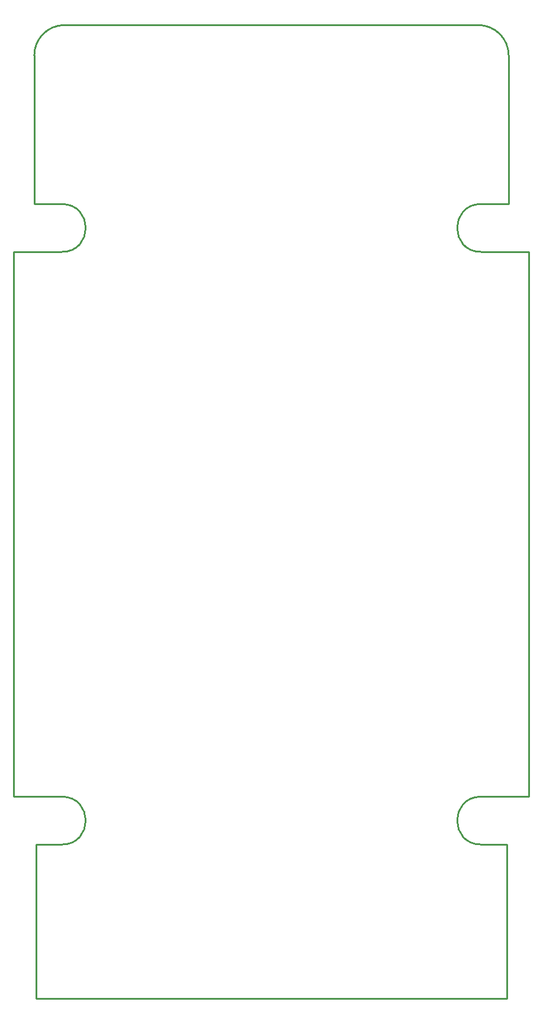
<source format=gko>
%FSAX24Y24*%
%MOIN*%
G70*
G01*
G75*
G04 Layer_Color=16711935*
%ADD10R,0.0236X0.0236*%
%ADD11R,0.0591X0.1614*%
%ADD12R,0.0591X0.1772*%
%ADD13R,0.0413X0.0866*%
%ADD14R,0.0236X0.0236*%
%ADD15R,0.0472X0.0709*%
%ADD16R,0.0984X0.0984*%
%ADD17O,0.0315X0.0098*%
%ADD18O,0.0098X0.0315*%
%ADD19R,0.0413X0.0591*%
%ADD20R,0.1614X0.0591*%
%ADD21R,0.1772X0.0591*%
%ADD22R,0.0866X0.0413*%
%ADD23O,0.0138X0.0315*%
%ADD24O,0.0315X0.0138*%
%ADD25R,0.0295X0.0118*%
%ADD26R,0.0413X0.0709*%
%ADD27R,0.0315X0.0374*%
%ADD28R,0.1319X0.0965*%
%ADD29R,0.0374X0.0315*%
%ADD30R,0.0591X0.0591*%
%ADD31R,0.0591X0.0591*%
%ADD32O,0.0236X0.0886*%
%ADD33R,0.1024X0.0925*%
%ADD34R,0.0965X0.1319*%
%ADD35R,0.0591X0.0413*%
%ADD36R,0.0110X0.0110*%
%ADD37R,0.0140X0.0140*%
%ADD38R,0.0236X0.0413*%
%ADD39R,0.0354X0.0295*%
%ADD40R,0.0709X0.2953*%
%ADD41R,0.0197X0.1220*%
%ADD42R,0.0787X0.0984*%
%ADD43R,0.0787X0.1299*%
%ADD44R,0.0236X0.0551*%
%ADD45R,0.0433X0.0571*%
%ADD46O,0.0689X0.0217*%
%ADD47O,0.0217X0.0689*%
%ADD48R,0.0295X0.0354*%
%ADD49R,0.0433X0.0748*%
%ADD50R,0.0571X0.0433*%
%ADD51R,0.0394X0.0118*%
%ADD52R,0.0276X0.0118*%
%ADD53R,0.0709X0.0472*%
%ADD54R,0.0610X0.0236*%
%ADD55R,0.0591X0.1102*%
%ADD56R,0.0197X0.0315*%
%ADD57O,0.0177X0.0827*%
%ADD58O,0.0236X0.1358*%
%ADD59R,0.2032X0.1890*%
%ADD60R,0.0236X0.0197*%
%ADD61R,0.0846X0.0984*%
%ADD62R,0.0551X0.0236*%
%ADD63R,0.0709X0.0413*%
%ADD64R,0.0394X0.0138*%
%ADD65R,0.1850X0.1713*%
%ADD66R,0.0579X0.0291*%
%ADD67C,0.0120*%
%ADD68C,0.0100*%
%ADD69C,0.0200*%
%ADD70C,0.0500*%
%ADD71C,0.0300*%
%ADD72C,0.0080*%
%ADD73C,0.0150*%
%ADD74C,0.0800*%
%ADD75C,0.0580*%
%ADD76C,0.0400*%
%ADD77R,0.0091X0.0053*%
%ADD78R,0.0087X0.0171*%
%ADD79R,0.0394X0.0472*%
%ADD80R,0.1415X0.4155*%
%ADD81R,0.6957X0.3940*%
%ADD82R,0.0413X0.1161*%
%ADD83R,0.0757X0.0757*%
%ADD84R,0.0778X0.0256*%
%ADD85R,0.0028X0.0019*%
%ADD86R,0.0044X0.0024*%
%ADD87R,0.0025X0.0044*%
%ADD88R,0.0026X0.0039*%
%ADD89R,0.0029X0.0043*%
%ADD90R,0.0214X0.0034*%
%ADD91R,0.0470X0.0034*%
%ADD92R,0.0065X0.0043*%
%ADD93C,0.1575*%
%ADD94C,0.0591*%
%ADD95C,0.2264*%
%ADD96C,0.0787*%
%ADD97C,0.0532*%
%ADD98C,0.0600*%
%ADD99C,0.0906*%
%ADD100R,0.0906X0.0906*%
%ADD101C,0.0472*%
G04:AMPARAMS|DCode=102|XSize=120mil|YSize=60mil|CornerRadius=0mil|HoleSize=0mil|Usage=FLASHONLY|Rotation=90.000|XOffset=0mil|YOffset=0mil|HoleType=Round|Shape=Octagon|*
%AMOCTAGOND102*
4,1,8,0.0150,0.0600,-0.0150,0.0600,-0.0300,0.0450,-0.0300,-0.0450,-0.0150,-0.0600,0.0150,-0.0600,0.0300,-0.0450,0.0300,0.0450,0.0150,0.0600,0.0*
%
%ADD102OCTAGOND102*%

%ADD103C,0.0512*%
%ADD104C,0.0240*%
%ADD105C,0.0480*%
%ADD106C,0.0260*%
%ADD107C,0.0380*%
%ADD108R,0.0061X0.0050*%
%ADD109C,0.0098*%
%ADD110C,0.0079*%
%ADD111C,0.0040*%
%ADD112C,0.0236*%
%ADD113C,0.0080*%
%ADD114C,0.0059*%
%ADD115C,0.0049*%
%ADD116C,0.0070*%
%ADD117R,0.0217X0.0630*%
%ADD118R,0.0217X0.1024*%
%ADD119R,0.0630X0.0217*%
%ADD120R,0.0177X0.0236*%
%ADD121R,0.0236X0.0177*%
%ADD122R,0.0325X0.0325*%
%ADD123R,0.0335X0.0335*%
%ADD124R,0.0325X0.0335*%
%ADD125R,0.0335X0.0335*%
%ADD126R,0.0325X0.0335*%
%ADD127R,0.0316X0.0316*%
%ADD128R,0.0671X0.1694*%
%ADD129R,0.0671X0.1852*%
%ADD130R,0.0493X0.0946*%
%ADD131R,0.0316X0.0316*%
%ADD132R,0.0552X0.0789*%
%ADD133O,0.0395X0.0178*%
%ADD134O,0.0178X0.0395*%
%ADD135R,0.0493X0.0671*%
%ADD136R,0.1694X0.0671*%
%ADD137R,0.1852X0.0671*%
%ADD138R,0.0946X0.0493*%
%ADD139O,0.0216X0.0393*%
%ADD140O,0.0393X0.0216*%
%ADD141R,0.0375X0.0198*%
%ADD142R,0.0493X0.0789*%
%ADD143R,0.0395X0.0454*%
%ADD144R,0.1399X0.1045*%
%ADD145R,0.0454X0.0395*%
%ADD146R,0.0671X0.0671*%
%ADD147R,0.0671X0.0671*%
%ADD148O,0.0316X0.0966*%
%ADD149R,0.1104X0.1005*%
%ADD150R,0.1045X0.1399*%
%ADD151R,0.0671X0.0493*%
%ADD152O,0.0355X0.0138*%
%ADD153O,0.0138X0.0355*%
%ADD154R,0.0150X0.0150*%
%ADD155R,0.0180X0.0180*%
%ADD156R,0.0276X0.0276*%
%ADD157R,0.0316X0.0493*%
%ADD158R,0.0434X0.0375*%
%ADD159R,0.0789X0.3033*%
%ADD160R,0.1064X0.1064*%
%ADD161R,0.0275X0.1298*%
%ADD162R,0.0867X0.1064*%
%ADD163R,0.0867X0.1379*%
%ADD164R,0.0316X0.0631*%
%ADD165R,0.0513X0.0651*%
%ADD166O,0.0747X0.0275*%
%ADD167O,0.0275X0.0747*%
%ADD168R,0.0375X0.0434*%
%ADD169R,0.0513X0.0828*%
%ADD170R,0.0651X0.0513*%
%ADD171R,0.0474X0.0198*%
%ADD172R,0.0314X0.0156*%
%ADD173R,0.0789X0.0552*%
%ADD174R,0.0690X0.0316*%
%ADD175R,0.0671X0.1182*%
%ADD176R,0.0277X0.0395*%
%ADD177O,0.0257X0.0907*%
%ADD178O,0.0316X0.1438*%
%ADD179R,0.2112X0.1970*%
%ADD180R,0.0316X0.0277*%
%ADD181R,0.0926X0.1064*%
%ADD182R,0.0631X0.0316*%
%ADD183R,0.0789X0.0493*%
%ADD184R,0.0474X0.0218*%
%ADD185R,0.1930X0.1793*%
%ADD186R,0.0659X0.0371*%
%ADD187C,0.1655*%
%ADD188C,0.0671*%
%ADD189C,0.2344*%
%ADD190C,0.0867*%
%ADD191C,0.0612*%
%ADD192C,0.0680*%
%ADD193C,0.0986*%
%ADD194R,0.0986X0.0986*%
%ADD195C,0.0552*%
G04:AMPARAMS|DCode=196|XSize=128mil|YSize=68mil|CornerRadius=0mil|HoleSize=0mil|Usage=FLASHONLY|Rotation=90.000|XOffset=0mil|YOffset=0mil|HoleType=Round|Shape=Octagon|*
%AMOCTAGOND196*
4,1,8,0.0170,0.0640,-0.0170,0.0640,-0.0340,0.0470,-0.0340,-0.0470,-0.0170,-0.0640,0.0170,-0.0640,0.0340,-0.0470,0.0340,0.0470,0.0170,0.0640,0.0*
%
%ADD196OCTAGOND196*%

%ADD197C,0.0592*%
%ADD198C,0.0320*%
%ADD199C,0.0460*%
%ADD200C,0.0340*%
%ADD201C,0.0280*%
D68*
X013352Y033487D02*
G03*
X011647Y035192I-001705J000000D01*
G01*
X011801Y025125D02*
G03*
X011801Y022432I000000J-001346D01*
G01*
X-011802D02*
G03*
X-011802Y025125I000000J001346D01*
G01*
X-011648Y035192D02*
G03*
X-013353Y033487I000000J-001705D01*
G01*
X011801Y-008210D02*
G03*
X011801Y-010903I000000J-001346D01*
G01*
X-011802D02*
G03*
X-011802Y-008210I000000J001346D01*
G01*
X013352Y025125D02*
Y033487D01*
X011801Y022432D02*
X014501D01*
X011801Y025125D02*
X013352D01*
X-011648Y035192D02*
X011647D01*
X-013353Y025125D02*
X-011802D01*
X-013353D02*
Y033487D01*
X-014503Y022432D02*
X-011802D01*
X014501Y019577D02*
Y022432D01*
X-014503Y019577D02*
Y022432D01*
X014501Y-008210D02*
Y019577D01*
X013251Y-019576D02*
Y-010903D01*
X011801Y-008210D02*
X014501D01*
X011801Y-010903D02*
X013251D01*
X-013253Y-019576D02*
X013251D01*
X-013253Y-010903D02*
X-011802D01*
X-014503Y-008210D02*
X-011802D01*
X-013253Y-019576D02*
Y-010903D01*
X-014503Y-008210D02*
Y019577D01*
M02*

</source>
